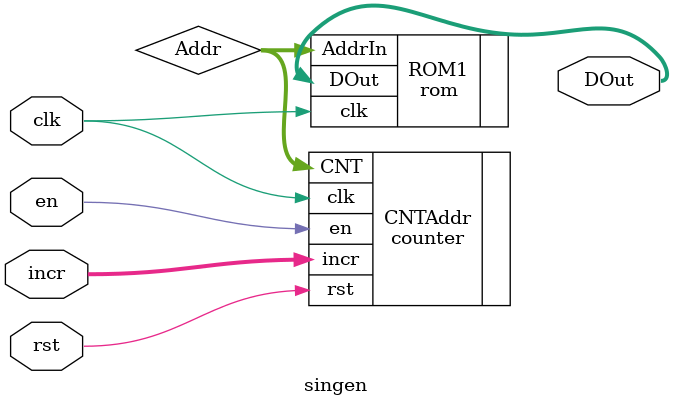
<source format=sv>
module singen #(parameter WAddr = 8, WD = 8)(
    input logic clk,
    input logic en,
    input logic rst,
    input logic [WAddr-1: 0] incr,
    output logic [WD-1: 0] DOut
);

logic [WAddr-1: 0] Addr;

counter CNTAddr (
    .clk(clk),
    .en(en),
    .rst(rst),
    .incr(incr),
    .CNT(Addr)
);

rom ROM1 (
    .clk(clk),
    .AddrIn(Addr),
    .DOut(DOut)
);

endmodule


</source>
